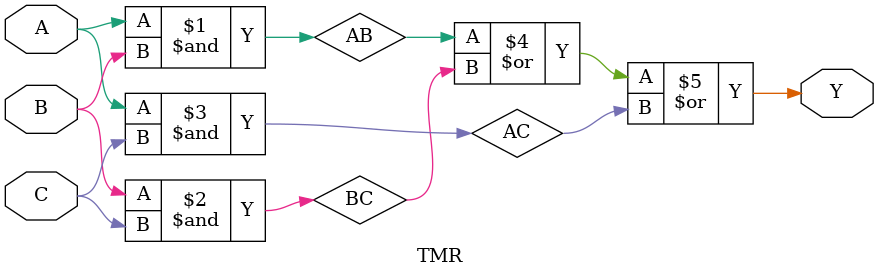
<source format=v>
`timescale 1ns/10ps
module TMR(Y, A, B, C);
input  A, B, C;
output Y;
wire   AB, BC, AC;

and(AB, A, B);
and(BC, B, C);
and(AC, A, C);
or (Y, AB, BC, AC);

endmodule
</source>
